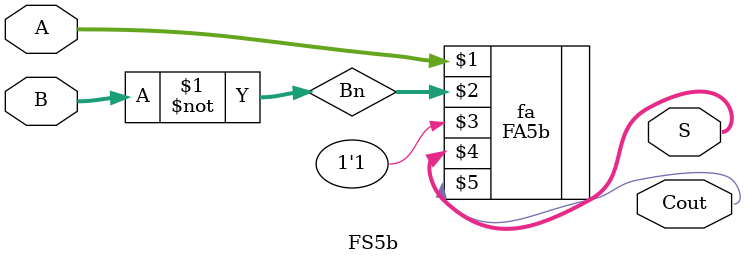
<source format=v>
module FS5b(A,B,S,Cout);
input [4:0] A,B;

output Cout;
output [4:0] S;

	wire [4:0] Bn;
	assign Bn = ~B;
	FA5b fa(A,Bn,1'b1,S,Cout);
endmodule
</source>
